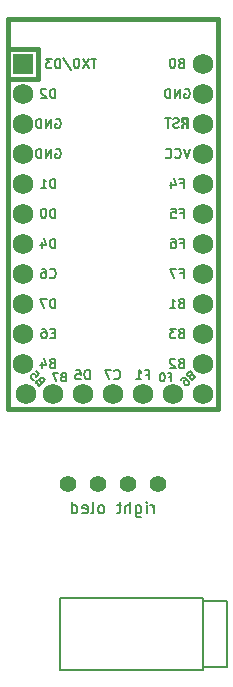
<source format=gbr>
%TF.GenerationSoftware,KiCad,Pcbnew,8.0.3*%
%TF.CreationDate,2024-07-02T22:23:14+01:00*%
%TF.ProjectId,simple_split,73696d70-6c65-45f7-9370-6c69742e6b69,v1.0.0*%
%TF.SameCoordinates,Original*%
%TF.FileFunction,Legend,Bot*%
%TF.FilePolarity,Positive*%
%FSLAX46Y46*%
G04 Gerber Fmt 4.6, Leading zero omitted, Abs format (unit mm)*
G04 Created by KiCad (PCBNEW 8.0.3) date 2024-07-02 22:23:14*
%MOMM*%
%LPD*%
G01*
G04 APERTURE LIST*
%ADD10C,0.150000*%
%ADD11C,0.381000*%
%ADD12R,1.752600X1.752600*%
%ADD13C,1.752600*%
%ADD14C,1.397000*%
G04 APERTURE END LIST*
D10*
X175469475Y-101962295D02*
X175469475Y-101162295D01*
X175469475Y-101162295D02*
X175278999Y-101162295D01*
X175278999Y-101162295D02*
X175164713Y-101200390D01*
X175164713Y-101200390D02*
X175088523Y-101276580D01*
X175088523Y-101276580D02*
X175050428Y-101352771D01*
X175050428Y-101352771D02*
X175012332Y-101505152D01*
X175012332Y-101505152D02*
X175012332Y-101619438D01*
X175012332Y-101619438D02*
X175050428Y-101771819D01*
X175050428Y-101771819D02*
X175088523Y-101848009D01*
X175088523Y-101848009D02*
X175164713Y-101924200D01*
X175164713Y-101924200D02*
X175278999Y-101962295D01*
X175278999Y-101962295D02*
X175469475Y-101962295D01*
X174745666Y-101162295D02*
X174212332Y-101162295D01*
X174212332Y-101162295D02*
X174555190Y-101962295D01*
X186124809Y-106623247D02*
X186010523Y-106661342D01*
X186010523Y-106661342D02*
X185972428Y-106699438D01*
X185972428Y-106699438D02*
X185934332Y-106775628D01*
X185934332Y-106775628D02*
X185934332Y-106889914D01*
X185934332Y-106889914D02*
X185972428Y-106966104D01*
X185972428Y-106966104D02*
X186010523Y-107004200D01*
X186010523Y-107004200D02*
X186086713Y-107042295D01*
X186086713Y-107042295D02*
X186391475Y-107042295D01*
X186391475Y-107042295D02*
X186391475Y-106242295D01*
X186391475Y-106242295D02*
X186124809Y-106242295D01*
X186124809Y-106242295D02*
X186048618Y-106280390D01*
X186048618Y-106280390D02*
X186010523Y-106318485D01*
X186010523Y-106318485D02*
X185972428Y-106394676D01*
X185972428Y-106394676D02*
X185972428Y-106470866D01*
X185972428Y-106470866D02*
X186010523Y-106547057D01*
X186010523Y-106547057D02*
X186048618Y-106585152D01*
X186048618Y-106585152D02*
X186124809Y-106623247D01*
X186124809Y-106623247D02*
X186391475Y-106623247D01*
X185629571Y-106318485D02*
X185591475Y-106280390D01*
X185591475Y-106280390D02*
X185515285Y-106242295D01*
X185515285Y-106242295D02*
X185324809Y-106242295D01*
X185324809Y-106242295D02*
X185248618Y-106280390D01*
X185248618Y-106280390D02*
X185210523Y-106318485D01*
X185210523Y-106318485D02*
X185172428Y-106394676D01*
X185172428Y-106394676D02*
X185172428Y-106470866D01*
X185172428Y-106470866D02*
X185210523Y-106585152D01*
X185210523Y-106585152D02*
X185667666Y-107042295D01*
X185667666Y-107042295D02*
X185172428Y-107042295D01*
X186067666Y-91383247D02*
X186334332Y-91383247D01*
X186334332Y-91802295D02*
X186334332Y-91002295D01*
X186334332Y-91002295D02*
X185953380Y-91002295D01*
X185305761Y-91268961D02*
X185305761Y-91802295D01*
X185496237Y-90964200D02*
X185686714Y-91535628D01*
X185686714Y-91535628D02*
X185191475Y-91535628D01*
X176123333Y-107799366D02*
X176023333Y-107832700D01*
X176023333Y-107832700D02*
X175989999Y-107866033D01*
X175989999Y-107866033D02*
X175956666Y-107932700D01*
X175956666Y-107932700D02*
X175956666Y-108032700D01*
X175956666Y-108032700D02*
X175989999Y-108099366D01*
X175989999Y-108099366D02*
X176023333Y-108132700D01*
X176023333Y-108132700D02*
X176089999Y-108166033D01*
X176089999Y-108166033D02*
X176356666Y-108166033D01*
X176356666Y-108166033D02*
X176356666Y-107466033D01*
X176356666Y-107466033D02*
X176123333Y-107466033D01*
X176123333Y-107466033D02*
X176056666Y-107499366D01*
X176056666Y-107499366D02*
X176023333Y-107532700D01*
X176023333Y-107532700D02*
X175989999Y-107599366D01*
X175989999Y-107599366D02*
X175989999Y-107666033D01*
X175989999Y-107666033D02*
X176023333Y-107732700D01*
X176023333Y-107732700D02*
X176056666Y-107766033D01*
X176056666Y-107766033D02*
X176123333Y-107799366D01*
X176123333Y-107799366D02*
X176356666Y-107799366D01*
X175723333Y-107466033D02*
X175256666Y-107466033D01*
X175256666Y-107466033D02*
X175556666Y-108166033D01*
X186124809Y-104083247D02*
X186010523Y-104121342D01*
X186010523Y-104121342D02*
X185972428Y-104159438D01*
X185972428Y-104159438D02*
X185934332Y-104235628D01*
X185934332Y-104235628D02*
X185934332Y-104349914D01*
X185934332Y-104349914D02*
X185972428Y-104426104D01*
X185972428Y-104426104D02*
X186010523Y-104464200D01*
X186010523Y-104464200D02*
X186086713Y-104502295D01*
X186086713Y-104502295D02*
X186391475Y-104502295D01*
X186391475Y-104502295D02*
X186391475Y-103702295D01*
X186391475Y-103702295D02*
X186124809Y-103702295D01*
X186124809Y-103702295D02*
X186048618Y-103740390D01*
X186048618Y-103740390D02*
X186010523Y-103778485D01*
X186010523Y-103778485D02*
X185972428Y-103854676D01*
X185972428Y-103854676D02*
X185972428Y-103930866D01*
X185972428Y-103930866D02*
X186010523Y-104007057D01*
X186010523Y-104007057D02*
X186048618Y-104045152D01*
X186048618Y-104045152D02*
X186124809Y-104083247D01*
X186124809Y-104083247D02*
X186391475Y-104083247D01*
X185667666Y-103702295D02*
X185172428Y-103702295D01*
X185172428Y-103702295D02*
X185439094Y-104007057D01*
X185439094Y-104007057D02*
X185324809Y-104007057D01*
X185324809Y-104007057D02*
X185248618Y-104045152D01*
X185248618Y-104045152D02*
X185210523Y-104083247D01*
X185210523Y-104083247D02*
X185172428Y-104159438D01*
X185172428Y-104159438D02*
X185172428Y-104349914D01*
X185172428Y-104349914D02*
X185210523Y-104426104D01*
X185210523Y-104426104D02*
X185248618Y-104464200D01*
X185248618Y-104464200D02*
X185324809Y-104502295D01*
X185324809Y-104502295D02*
X185553380Y-104502295D01*
X185553380Y-104502295D02*
X185629571Y-104464200D01*
X185629571Y-104464200D02*
X185667666Y-104426104D01*
X186867666Y-88462295D02*
X186600999Y-89262295D01*
X186600999Y-89262295D02*
X186334333Y-88462295D01*
X185610523Y-89186104D02*
X185648619Y-89224200D01*
X185648619Y-89224200D02*
X185762904Y-89262295D01*
X185762904Y-89262295D02*
X185839095Y-89262295D01*
X185839095Y-89262295D02*
X185953381Y-89224200D01*
X185953381Y-89224200D02*
X186029571Y-89148009D01*
X186029571Y-89148009D02*
X186067666Y-89071819D01*
X186067666Y-89071819D02*
X186105762Y-88919438D01*
X186105762Y-88919438D02*
X186105762Y-88805152D01*
X186105762Y-88805152D02*
X186067666Y-88652771D01*
X186067666Y-88652771D02*
X186029571Y-88576580D01*
X186029571Y-88576580D02*
X185953381Y-88500390D01*
X185953381Y-88500390D02*
X185839095Y-88462295D01*
X185839095Y-88462295D02*
X185762904Y-88462295D01*
X185762904Y-88462295D02*
X185648619Y-88500390D01*
X185648619Y-88500390D02*
X185610523Y-88538485D01*
X184810523Y-89186104D02*
X184848619Y-89224200D01*
X184848619Y-89224200D02*
X184962904Y-89262295D01*
X184962904Y-89262295D02*
X185039095Y-89262295D01*
X185039095Y-89262295D02*
X185153381Y-89224200D01*
X185153381Y-89224200D02*
X185229571Y-89148009D01*
X185229571Y-89148009D02*
X185267666Y-89071819D01*
X185267666Y-89071819D02*
X185305762Y-88919438D01*
X185305762Y-88919438D02*
X185305762Y-88805152D01*
X185305762Y-88805152D02*
X185267666Y-88652771D01*
X185267666Y-88652771D02*
X185229571Y-88576580D01*
X185229571Y-88576580D02*
X185153381Y-88500390D01*
X185153381Y-88500390D02*
X185039095Y-88462295D01*
X185039095Y-88462295D02*
X184962904Y-88462295D01*
X184962904Y-88462295D02*
X184848619Y-88500390D01*
X184848619Y-88500390D02*
X184810523Y-88538485D01*
X175012332Y-99346104D02*
X175050428Y-99384200D01*
X175050428Y-99384200D02*
X175164713Y-99422295D01*
X175164713Y-99422295D02*
X175240904Y-99422295D01*
X175240904Y-99422295D02*
X175355190Y-99384200D01*
X175355190Y-99384200D02*
X175431380Y-99308009D01*
X175431380Y-99308009D02*
X175469475Y-99231819D01*
X175469475Y-99231819D02*
X175507571Y-99079438D01*
X175507571Y-99079438D02*
X175507571Y-98965152D01*
X175507571Y-98965152D02*
X175469475Y-98812771D01*
X175469475Y-98812771D02*
X175431380Y-98736580D01*
X175431380Y-98736580D02*
X175355190Y-98660390D01*
X175355190Y-98660390D02*
X175240904Y-98622295D01*
X175240904Y-98622295D02*
X175164713Y-98622295D01*
X175164713Y-98622295D02*
X175050428Y-98660390D01*
X175050428Y-98660390D02*
X175012332Y-98698485D01*
X174326618Y-98622295D02*
X174478999Y-98622295D01*
X174478999Y-98622295D02*
X174555190Y-98660390D01*
X174555190Y-98660390D02*
X174593285Y-98698485D01*
X174593285Y-98698485D02*
X174669475Y-98812771D01*
X174669475Y-98812771D02*
X174707571Y-98965152D01*
X174707571Y-98965152D02*
X174707571Y-99269914D01*
X174707571Y-99269914D02*
X174669475Y-99346104D01*
X174669475Y-99346104D02*
X174631380Y-99384200D01*
X174631380Y-99384200D02*
X174555190Y-99422295D01*
X174555190Y-99422295D02*
X174402809Y-99422295D01*
X174402809Y-99422295D02*
X174326618Y-99384200D01*
X174326618Y-99384200D02*
X174288523Y-99346104D01*
X174288523Y-99346104D02*
X174250428Y-99269914D01*
X174250428Y-99269914D02*
X174250428Y-99079438D01*
X174250428Y-99079438D02*
X174288523Y-99003247D01*
X174288523Y-99003247D02*
X174326618Y-98965152D01*
X174326618Y-98965152D02*
X174402809Y-98927057D01*
X174402809Y-98927057D02*
X174555190Y-98927057D01*
X174555190Y-98927057D02*
X174631380Y-98965152D01*
X174631380Y-98965152D02*
X174669475Y-99003247D01*
X174669475Y-99003247D02*
X174707571Y-99079438D01*
X185073333Y-107799366D02*
X185306666Y-107799366D01*
X185306666Y-108166033D02*
X185306666Y-107466033D01*
X185306666Y-107466033D02*
X184973333Y-107466033D01*
X184573333Y-107466033D02*
X184506666Y-107466033D01*
X184506666Y-107466033D02*
X184439999Y-107499366D01*
X184439999Y-107499366D02*
X184406666Y-107532700D01*
X184406666Y-107532700D02*
X184373333Y-107599366D01*
X184373333Y-107599366D02*
X184339999Y-107732700D01*
X184339999Y-107732700D02*
X184339999Y-107899366D01*
X184339999Y-107899366D02*
X184373333Y-108032700D01*
X184373333Y-108032700D02*
X184406666Y-108099366D01*
X184406666Y-108099366D02*
X184439999Y-108132700D01*
X184439999Y-108132700D02*
X184506666Y-108166033D01*
X184506666Y-108166033D02*
X184573333Y-108166033D01*
X184573333Y-108166033D02*
X184639999Y-108132700D01*
X184639999Y-108132700D02*
X184673333Y-108099366D01*
X184673333Y-108099366D02*
X184706666Y-108032700D01*
X184706666Y-108032700D02*
X184739999Y-107899366D01*
X184739999Y-107899366D02*
X184739999Y-107732700D01*
X184739999Y-107732700D02*
X184706666Y-107599366D01*
X184706666Y-107599366D02*
X184673333Y-107532700D01*
X184673333Y-107532700D02*
X184639999Y-107499366D01*
X184639999Y-107499366D02*
X184573333Y-107466033D01*
X186067666Y-99003247D02*
X186334332Y-99003247D01*
X186334332Y-99422295D02*
X186334332Y-98622295D01*
X186334332Y-98622295D02*
X185953380Y-98622295D01*
X185724809Y-98622295D02*
X185191475Y-98622295D01*
X185191475Y-98622295D02*
X185534333Y-99422295D01*
X175469475Y-84182295D02*
X175469475Y-83382295D01*
X175469475Y-83382295D02*
X175278999Y-83382295D01*
X175278999Y-83382295D02*
X175164713Y-83420390D01*
X175164713Y-83420390D02*
X175088523Y-83496580D01*
X175088523Y-83496580D02*
X175050428Y-83572771D01*
X175050428Y-83572771D02*
X175012332Y-83725152D01*
X175012332Y-83725152D02*
X175012332Y-83839438D01*
X175012332Y-83839438D02*
X175050428Y-83991819D01*
X175050428Y-83991819D02*
X175088523Y-84068009D01*
X175088523Y-84068009D02*
X175164713Y-84144200D01*
X175164713Y-84144200D02*
X175278999Y-84182295D01*
X175278999Y-84182295D02*
X175469475Y-84182295D01*
X174707571Y-83458485D02*
X174669475Y-83420390D01*
X174669475Y-83420390D02*
X174593285Y-83382295D01*
X174593285Y-83382295D02*
X174402809Y-83382295D01*
X174402809Y-83382295D02*
X174326618Y-83420390D01*
X174326618Y-83420390D02*
X174288523Y-83458485D01*
X174288523Y-83458485D02*
X174250428Y-83534676D01*
X174250428Y-83534676D02*
X174250428Y-83610866D01*
X174250428Y-83610866D02*
X174288523Y-83725152D01*
X174288523Y-83725152D02*
X174745666Y-84182295D01*
X174745666Y-84182295D02*
X174250428Y-84182295D01*
X186904543Y-107713850D02*
X186857403Y-107808131D01*
X186857403Y-107808131D02*
X186857403Y-107855271D01*
X186857403Y-107855271D02*
X186880973Y-107925982D01*
X186880973Y-107925982D02*
X186951683Y-107996692D01*
X186951683Y-107996692D02*
X187022394Y-108020263D01*
X187022394Y-108020263D02*
X187069535Y-108020263D01*
X187069535Y-108020263D02*
X187140245Y-107996692D01*
X187140245Y-107996692D02*
X187328807Y-107808131D01*
X187328807Y-107808131D02*
X186833832Y-107313156D01*
X186833832Y-107313156D02*
X186668841Y-107478147D01*
X186668841Y-107478147D02*
X186645271Y-107548858D01*
X186645271Y-107548858D02*
X186645271Y-107595999D01*
X186645271Y-107595999D02*
X186668841Y-107666709D01*
X186668841Y-107666709D02*
X186715981Y-107713850D01*
X186715981Y-107713850D02*
X186786692Y-107737420D01*
X186786692Y-107737420D02*
X186833832Y-107737420D01*
X186833832Y-107737420D02*
X186904543Y-107713850D01*
X186904543Y-107713850D02*
X187069535Y-107548858D01*
X186126726Y-108020263D02*
X186221006Y-107925982D01*
X186221006Y-107925982D02*
X186291717Y-107902411D01*
X186291717Y-107902411D02*
X186338858Y-107902411D01*
X186338858Y-107902411D02*
X186456709Y-107925982D01*
X186456709Y-107925982D02*
X186574560Y-107996692D01*
X186574560Y-107996692D02*
X186763122Y-108185254D01*
X186763122Y-108185254D02*
X186786692Y-108255965D01*
X186786692Y-108255965D02*
X186786692Y-108303105D01*
X186786692Y-108303105D02*
X186763122Y-108373816D01*
X186763122Y-108373816D02*
X186668841Y-108468097D01*
X186668841Y-108468097D02*
X186598130Y-108491667D01*
X186598130Y-108491667D02*
X186550990Y-108491667D01*
X186550990Y-108491667D02*
X186480279Y-108468097D01*
X186480279Y-108468097D02*
X186362428Y-108350246D01*
X186362428Y-108350246D02*
X186338858Y-108279535D01*
X186338858Y-108279535D02*
X186338858Y-108232395D01*
X186338858Y-108232395D02*
X186362428Y-108161684D01*
X186362428Y-108161684D02*
X186456709Y-108067403D01*
X186456709Y-108067403D02*
X186527419Y-108043833D01*
X186527419Y-108043833D02*
X186574560Y-108043833D01*
X186574560Y-108043833D02*
X186645271Y-108067403D01*
X180473332Y-107936104D02*
X180511428Y-107974200D01*
X180511428Y-107974200D02*
X180625713Y-108012295D01*
X180625713Y-108012295D02*
X180701904Y-108012295D01*
X180701904Y-108012295D02*
X180816190Y-107974200D01*
X180816190Y-107974200D02*
X180892380Y-107898009D01*
X180892380Y-107898009D02*
X180930475Y-107821819D01*
X180930475Y-107821819D02*
X180968571Y-107669438D01*
X180968571Y-107669438D02*
X180968571Y-107555152D01*
X180968571Y-107555152D02*
X180930475Y-107402771D01*
X180930475Y-107402771D02*
X180892380Y-107326580D01*
X180892380Y-107326580D02*
X180816190Y-107250390D01*
X180816190Y-107250390D02*
X180701904Y-107212295D01*
X180701904Y-107212295D02*
X180625713Y-107212295D01*
X180625713Y-107212295D02*
X180511428Y-107250390D01*
X180511428Y-107250390D02*
X180473332Y-107288485D01*
X180206666Y-107212295D02*
X179673332Y-107212295D01*
X179673332Y-107212295D02*
X180016190Y-108012295D01*
X178958604Y-80842295D02*
X178501461Y-80842295D01*
X178730033Y-81642295D02*
X178730033Y-80842295D01*
X178310985Y-80842295D02*
X177777651Y-81642295D01*
X177777651Y-80842295D02*
X178310985Y-81642295D01*
X177320508Y-80842295D02*
X177244318Y-80842295D01*
X177244318Y-80842295D02*
X177168127Y-80880390D01*
X177168127Y-80880390D02*
X177130032Y-80918485D01*
X177130032Y-80918485D02*
X177091937Y-80994676D01*
X177091937Y-80994676D02*
X177053842Y-81147057D01*
X177053842Y-81147057D02*
X177053842Y-81337533D01*
X177053842Y-81337533D02*
X177091937Y-81489914D01*
X177091937Y-81489914D02*
X177130032Y-81566104D01*
X177130032Y-81566104D02*
X177168127Y-81604200D01*
X177168127Y-81604200D02*
X177244318Y-81642295D01*
X177244318Y-81642295D02*
X177320508Y-81642295D01*
X177320508Y-81642295D02*
X177396699Y-81604200D01*
X177396699Y-81604200D02*
X177434794Y-81566104D01*
X177434794Y-81566104D02*
X177472889Y-81489914D01*
X177472889Y-81489914D02*
X177510985Y-81337533D01*
X177510985Y-81337533D02*
X177510985Y-81147057D01*
X177510985Y-81147057D02*
X177472889Y-80994676D01*
X177472889Y-80994676D02*
X177434794Y-80918485D01*
X177434794Y-80918485D02*
X177396699Y-80880390D01*
X177396699Y-80880390D02*
X177320508Y-80842295D01*
X176139556Y-80804200D02*
X176825270Y-81832771D01*
X175872889Y-81642295D02*
X175872889Y-80842295D01*
X175872889Y-80842295D02*
X175682413Y-80842295D01*
X175682413Y-80842295D02*
X175568127Y-80880390D01*
X175568127Y-80880390D02*
X175491937Y-80956580D01*
X175491937Y-80956580D02*
X175453842Y-81032771D01*
X175453842Y-81032771D02*
X175415746Y-81185152D01*
X175415746Y-81185152D02*
X175415746Y-81299438D01*
X175415746Y-81299438D02*
X175453842Y-81451819D01*
X175453842Y-81451819D02*
X175491937Y-81528009D01*
X175491937Y-81528009D02*
X175568127Y-81604200D01*
X175568127Y-81604200D02*
X175682413Y-81642295D01*
X175682413Y-81642295D02*
X175872889Y-81642295D01*
X175149080Y-80842295D02*
X174653842Y-80842295D01*
X174653842Y-80842295D02*
X174920508Y-81147057D01*
X174920508Y-81147057D02*
X174806223Y-81147057D01*
X174806223Y-81147057D02*
X174730032Y-81185152D01*
X174730032Y-81185152D02*
X174691937Y-81223247D01*
X174691937Y-81223247D02*
X174653842Y-81299438D01*
X174653842Y-81299438D02*
X174653842Y-81489914D01*
X174653842Y-81489914D02*
X174691937Y-81566104D01*
X174691937Y-81566104D02*
X174730032Y-81604200D01*
X174730032Y-81604200D02*
X174806223Y-81642295D01*
X174806223Y-81642295D02*
X175034794Y-81642295D01*
X175034794Y-81642295D02*
X175110985Y-81604200D01*
X175110985Y-81604200D02*
X175149080Y-81566104D01*
X175488523Y-88500390D02*
X175564713Y-88462295D01*
X175564713Y-88462295D02*
X175678999Y-88462295D01*
X175678999Y-88462295D02*
X175793285Y-88500390D01*
X175793285Y-88500390D02*
X175869475Y-88576580D01*
X175869475Y-88576580D02*
X175907570Y-88652771D01*
X175907570Y-88652771D02*
X175945666Y-88805152D01*
X175945666Y-88805152D02*
X175945666Y-88919438D01*
X175945666Y-88919438D02*
X175907570Y-89071819D01*
X175907570Y-89071819D02*
X175869475Y-89148009D01*
X175869475Y-89148009D02*
X175793285Y-89224200D01*
X175793285Y-89224200D02*
X175678999Y-89262295D01*
X175678999Y-89262295D02*
X175602808Y-89262295D01*
X175602808Y-89262295D02*
X175488523Y-89224200D01*
X175488523Y-89224200D02*
X175450427Y-89186104D01*
X175450427Y-89186104D02*
X175450427Y-88919438D01*
X175450427Y-88919438D02*
X175602808Y-88919438D01*
X175107570Y-89262295D02*
X175107570Y-88462295D01*
X175107570Y-88462295D02*
X174650427Y-89262295D01*
X174650427Y-89262295D02*
X174650427Y-88462295D01*
X174269475Y-89262295D02*
X174269475Y-88462295D01*
X174269475Y-88462295D02*
X174078999Y-88462295D01*
X174078999Y-88462295D02*
X173964713Y-88500390D01*
X173964713Y-88500390D02*
X173888523Y-88576580D01*
X173888523Y-88576580D02*
X173850428Y-88652771D01*
X173850428Y-88652771D02*
X173812332Y-88805152D01*
X173812332Y-88805152D02*
X173812332Y-88919438D01*
X173812332Y-88919438D02*
X173850428Y-89071819D01*
X173850428Y-89071819D02*
X173888523Y-89148009D01*
X173888523Y-89148009D02*
X173964713Y-89224200D01*
X173964713Y-89224200D02*
X174078999Y-89262295D01*
X174078999Y-89262295D02*
X174269475Y-89262295D01*
X186067666Y-93923247D02*
X186334332Y-93923247D01*
X186334332Y-94342295D02*
X186334332Y-93542295D01*
X186334332Y-93542295D02*
X185953380Y-93542295D01*
X185267666Y-93542295D02*
X185648618Y-93542295D01*
X185648618Y-93542295D02*
X185686714Y-93923247D01*
X185686714Y-93923247D02*
X185648618Y-93885152D01*
X185648618Y-93885152D02*
X185572428Y-93847057D01*
X185572428Y-93847057D02*
X185381952Y-93847057D01*
X185381952Y-93847057D02*
X185305761Y-93885152D01*
X185305761Y-93885152D02*
X185267666Y-93923247D01*
X185267666Y-93923247D02*
X185229571Y-93999438D01*
X185229571Y-93999438D02*
X185229571Y-94189914D01*
X185229571Y-94189914D02*
X185267666Y-94266104D01*
X185267666Y-94266104D02*
X185305761Y-94304200D01*
X185305761Y-94304200D02*
X185381952Y-94342295D01*
X185381952Y-94342295D02*
X185572428Y-94342295D01*
X185572428Y-94342295D02*
X185648618Y-94304200D01*
X185648618Y-94304200D02*
X185686714Y-94266104D01*
X175202809Y-106623247D02*
X175088523Y-106661342D01*
X175088523Y-106661342D02*
X175050428Y-106699438D01*
X175050428Y-106699438D02*
X175012332Y-106775628D01*
X175012332Y-106775628D02*
X175012332Y-106889914D01*
X175012332Y-106889914D02*
X175050428Y-106966104D01*
X175050428Y-106966104D02*
X175088523Y-107004200D01*
X175088523Y-107004200D02*
X175164713Y-107042295D01*
X175164713Y-107042295D02*
X175469475Y-107042295D01*
X175469475Y-107042295D02*
X175469475Y-106242295D01*
X175469475Y-106242295D02*
X175202809Y-106242295D01*
X175202809Y-106242295D02*
X175126618Y-106280390D01*
X175126618Y-106280390D02*
X175088523Y-106318485D01*
X175088523Y-106318485D02*
X175050428Y-106394676D01*
X175050428Y-106394676D02*
X175050428Y-106470866D01*
X175050428Y-106470866D02*
X175088523Y-106547057D01*
X175088523Y-106547057D02*
X175126618Y-106585152D01*
X175126618Y-106585152D02*
X175202809Y-106623247D01*
X175202809Y-106623247D02*
X175469475Y-106623247D01*
X174326618Y-106508961D02*
X174326618Y-107042295D01*
X174517094Y-106204200D02*
X174707571Y-106775628D01*
X174707571Y-106775628D02*
X174212332Y-106775628D01*
X186124809Y-101543247D02*
X186010523Y-101581342D01*
X186010523Y-101581342D02*
X185972428Y-101619438D01*
X185972428Y-101619438D02*
X185934332Y-101695628D01*
X185934332Y-101695628D02*
X185934332Y-101809914D01*
X185934332Y-101809914D02*
X185972428Y-101886104D01*
X185972428Y-101886104D02*
X186010523Y-101924200D01*
X186010523Y-101924200D02*
X186086713Y-101962295D01*
X186086713Y-101962295D02*
X186391475Y-101962295D01*
X186391475Y-101962295D02*
X186391475Y-101162295D01*
X186391475Y-101162295D02*
X186124809Y-101162295D01*
X186124809Y-101162295D02*
X186048618Y-101200390D01*
X186048618Y-101200390D02*
X186010523Y-101238485D01*
X186010523Y-101238485D02*
X185972428Y-101314676D01*
X185972428Y-101314676D02*
X185972428Y-101390866D01*
X185972428Y-101390866D02*
X186010523Y-101467057D01*
X186010523Y-101467057D02*
X186048618Y-101505152D01*
X186048618Y-101505152D02*
X186124809Y-101543247D01*
X186124809Y-101543247D02*
X186391475Y-101543247D01*
X185172428Y-101962295D02*
X185629571Y-101962295D01*
X185400999Y-101962295D02*
X185400999Y-101162295D01*
X185400999Y-101162295D02*
X185477190Y-101276580D01*
X185477190Y-101276580D02*
X185553380Y-101352771D01*
X185553380Y-101352771D02*
X185629571Y-101390866D01*
X175469475Y-91802295D02*
X175469475Y-91002295D01*
X175469475Y-91002295D02*
X175278999Y-91002295D01*
X175278999Y-91002295D02*
X175164713Y-91040390D01*
X175164713Y-91040390D02*
X175088523Y-91116580D01*
X175088523Y-91116580D02*
X175050428Y-91192771D01*
X175050428Y-91192771D02*
X175012332Y-91345152D01*
X175012332Y-91345152D02*
X175012332Y-91459438D01*
X175012332Y-91459438D02*
X175050428Y-91611819D01*
X175050428Y-91611819D02*
X175088523Y-91688009D01*
X175088523Y-91688009D02*
X175164713Y-91764200D01*
X175164713Y-91764200D02*
X175278999Y-91802295D01*
X175278999Y-91802295D02*
X175469475Y-91802295D01*
X174250428Y-91802295D02*
X174707571Y-91802295D01*
X174478999Y-91802295D02*
X174478999Y-91002295D01*
X174478999Y-91002295D02*
X174555190Y-91116580D01*
X174555190Y-91116580D02*
X174631380Y-91192771D01*
X174631380Y-91192771D02*
X174707571Y-91230866D01*
X186067666Y-96463247D02*
X186334332Y-96463247D01*
X186334332Y-96882295D02*
X186334332Y-96082295D01*
X186334332Y-96082295D02*
X185953380Y-96082295D01*
X185305761Y-96082295D02*
X185458142Y-96082295D01*
X185458142Y-96082295D02*
X185534333Y-96120390D01*
X185534333Y-96120390D02*
X185572428Y-96158485D01*
X185572428Y-96158485D02*
X185648618Y-96272771D01*
X185648618Y-96272771D02*
X185686714Y-96425152D01*
X185686714Y-96425152D02*
X185686714Y-96729914D01*
X185686714Y-96729914D02*
X185648618Y-96806104D01*
X185648618Y-96806104D02*
X185610523Y-96844200D01*
X185610523Y-96844200D02*
X185534333Y-96882295D01*
X185534333Y-96882295D02*
X185381952Y-96882295D01*
X185381952Y-96882295D02*
X185305761Y-96844200D01*
X185305761Y-96844200D02*
X185267666Y-96806104D01*
X185267666Y-96806104D02*
X185229571Y-96729914D01*
X185229571Y-96729914D02*
X185229571Y-96539438D01*
X185229571Y-96539438D02*
X185267666Y-96463247D01*
X185267666Y-96463247D02*
X185305761Y-96425152D01*
X185305761Y-96425152D02*
X185381952Y-96387057D01*
X185381952Y-96387057D02*
X185534333Y-96387057D01*
X185534333Y-96387057D02*
X185610523Y-96425152D01*
X185610523Y-96425152D02*
X185648618Y-96463247D01*
X185648618Y-96463247D02*
X185686714Y-96539438D01*
X175488523Y-85960390D02*
X175564713Y-85922295D01*
X175564713Y-85922295D02*
X175678999Y-85922295D01*
X175678999Y-85922295D02*
X175793285Y-85960390D01*
X175793285Y-85960390D02*
X175869475Y-86036580D01*
X175869475Y-86036580D02*
X175907570Y-86112771D01*
X175907570Y-86112771D02*
X175945666Y-86265152D01*
X175945666Y-86265152D02*
X175945666Y-86379438D01*
X175945666Y-86379438D02*
X175907570Y-86531819D01*
X175907570Y-86531819D02*
X175869475Y-86608009D01*
X175869475Y-86608009D02*
X175793285Y-86684200D01*
X175793285Y-86684200D02*
X175678999Y-86722295D01*
X175678999Y-86722295D02*
X175602808Y-86722295D01*
X175602808Y-86722295D02*
X175488523Y-86684200D01*
X175488523Y-86684200D02*
X175450427Y-86646104D01*
X175450427Y-86646104D02*
X175450427Y-86379438D01*
X175450427Y-86379438D02*
X175602808Y-86379438D01*
X175107570Y-86722295D02*
X175107570Y-85922295D01*
X175107570Y-85922295D02*
X174650427Y-86722295D01*
X174650427Y-86722295D02*
X174650427Y-85922295D01*
X174269475Y-86722295D02*
X174269475Y-85922295D01*
X174269475Y-85922295D02*
X174078999Y-85922295D01*
X174078999Y-85922295D02*
X173964713Y-85960390D01*
X173964713Y-85960390D02*
X173888523Y-86036580D01*
X173888523Y-86036580D02*
X173850428Y-86112771D01*
X173850428Y-86112771D02*
X173812332Y-86265152D01*
X173812332Y-86265152D02*
X173812332Y-86379438D01*
X173812332Y-86379438D02*
X173850428Y-86531819D01*
X173850428Y-86531819D02*
X173888523Y-86608009D01*
X173888523Y-86608009D02*
X173964713Y-86684200D01*
X173964713Y-86684200D02*
X174078999Y-86722295D01*
X174078999Y-86722295D02*
X174269475Y-86722295D01*
X175469475Y-96882295D02*
X175469475Y-96082295D01*
X175469475Y-96082295D02*
X175278999Y-96082295D01*
X175278999Y-96082295D02*
X175164713Y-96120390D01*
X175164713Y-96120390D02*
X175088523Y-96196580D01*
X175088523Y-96196580D02*
X175050428Y-96272771D01*
X175050428Y-96272771D02*
X175012332Y-96425152D01*
X175012332Y-96425152D02*
X175012332Y-96539438D01*
X175012332Y-96539438D02*
X175050428Y-96691819D01*
X175050428Y-96691819D02*
X175088523Y-96768009D01*
X175088523Y-96768009D02*
X175164713Y-96844200D01*
X175164713Y-96844200D02*
X175278999Y-96882295D01*
X175278999Y-96882295D02*
X175469475Y-96882295D01*
X174326618Y-96348961D02*
X174326618Y-96882295D01*
X174517094Y-96044200D02*
X174707571Y-96615628D01*
X174707571Y-96615628D02*
X174212332Y-96615628D01*
X178390475Y-108012295D02*
X178390475Y-107212295D01*
X178390475Y-107212295D02*
X178199999Y-107212295D01*
X178199999Y-107212295D02*
X178085713Y-107250390D01*
X178085713Y-107250390D02*
X178009523Y-107326580D01*
X178009523Y-107326580D02*
X177971428Y-107402771D01*
X177971428Y-107402771D02*
X177933332Y-107555152D01*
X177933332Y-107555152D02*
X177933332Y-107669438D01*
X177933332Y-107669438D02*
X177971428Y-107821819D01*
X177971428Y-107821819D02*
X178009523Y-107898009D01*
X178009523Y-107898009D02*
X178085713Y-107974200D01*
X178085713Y-107974200D02*
X178199999Y-108012295D01*
X178199999Y-108012295D02*
X178390475Y-108012295D01*
X177209523Y-107212295D02*
X177590475Y-107212295D01*
X177590475Y-107212295D02*
X177628571Y-107593247D01*
X177628571Y-107593247D02*
X177590475Y-107555152D01*
X177590475Y-107555152D02*
X177514285Y-107517057D01*
X177514285Y-107517057D02*
X177323809Y-107517057D01*
X177323809Y-107517057D02*
X177247618Y-107555152D01*
X177247618Y-107555152D02*
X177209523Y-107593247D01*
X177209523Y-107593247D02*
X177171428Y-107669438D01*
X177171428Y-107669438D02*
X177171428Y-107859914D01*
X177171428Y-107859914D02*
X177209523Y-107936104D01*
X177209523Y-107936104D02*
X177247618Y-107974200D01*
X177247618Y-107974200D02*
X177323809Y-108012295D01*
X177323809Y-108012295D02*
X177514285Y-108012295D01*
X177514285Y-108012295D02*
X177590475Y-107974200D01*
X177590475Y-107974200D02*
X177628571Y-107936104D01*
X183146666Y-107593247D02*
X183413332Y-107593247D01*
X183413332Y-108012295D02*
X183413332Y-107212295D01*
X183413332Y-107212295D02*
X183032380Y-107212295D01*
X182308571Y-108012295D02*
X182765714Y-108012295D01*
X182537142Y-108012295D02*
X182537142Y-107212295D01*
X182537142Y-107212295D02*
X182613333Y-107326580D01*
X182613333Y-107326580D02*
X182689523Y-107402771D01*
X182689523Y-107402771D02*
X182765714Y-107440866D01*
X174176149Y-108114543D02*
X174081868Y-108067403D01*
X174081868Y-108067403D02*
X174034728Y-108067403D01*
X174034728Y-108067403D02*
X173964017Y-108090973D01*
X173964017Y-108090973D02*
X173893307Y-108161683D01*
X173893307Y-108161683D02*
X173869736Y-108232394D01*
X173869736Y-108232394D02*
X173869736Y-108279535D01*
X173869736Y-108279535D02*
X173893307Y-108350245D01*
X173893307Y-108350245D02*
X174081868Y-108538807D01*
X174081868Y-108538807D02*
X174576843Y-108043832D01*
X174576843Y-108043832D02*
X174411852Y-107878841D01*
X174411852Y-107878841D02*
X174341141Y-107855271D01*
X174341141Y-107855271D02*
X174294000Y-107855271D01*
X174294000Y-107855271D02*
X174223290Y-107878841D01*
X174223290Y-107878841D02*
X174176149Y-107925981D01*
X174176149Y-107925981D02*
X174152579Y-107996692D01*
X174152579Y-107996692D02*
X174152579Y-108043832D01*
X174152579Y-108043832D02*
X174176149Y-108114543D01*
X174176149Y-108114543D02*
X174341141Y-108279535D01*
X173846166Y-107313155D02*
X174081868Y-107548858D01*
X174081868Y-107548858D02*
X173869736Y-107808130D01*
X173869736Y-107808130D02*
X173869736Y-107760990D01*
X173869736Y-107760990D02*
X173846166Y-107690279D01*
X173846166Y-107690279D02*
X173728315Y-107572428D01*
X173728315Y-107572428D02*
X173657604Y-107548858D01*
X173657604Y-107548858D02*
X173610464Y-107548858D01*
X173610464Y-107548858D02*
X173539753Y-107572428D01*
X173539753Y-107572428D02*
X173421902Y-107690279D01*
X173421902Y-107690279D02*
X173398332Y-107760990D01*
X173398332Y-107760990D02*
X173398332Y-107808130D01*
X173398332Y-107808130D02*
X173421902Y-107878841D01*
X173421902Y-107878841D02*
X173539753Y-107996692D01*
X173539753Y-107996692D02*
X173610464Y-108020262D01*
X173610464Y-108020262D02*
X173657604Y-108020262D01*
X185913333Y-86664200D02*
X185799047Y-86702295D01*
X185799047Y-86702295D02*
X185608571Y-86702295D01*
X185608571Y-86702295D02*
X185532380Y-86664200D01*
X185532380Y-86664200D02*
X185494285Y-86626104D01*
X185494285Y-86626104D02*
X185456190Y-86549914D01*
X185456190Y-86549914D02*
X185456190Y-86473723D01*
X185456190Y-86473723D02*
X185494285Y-86397533D01*
X185494285Y-86397533D02*
X185532380Y-86359438D01*
X185532380Y-86359438D02*
X185608571Y-86321342D01*
X185608571Y-86321342D02*
X185760952Y-86283247D01*
X185760952Y-86283247D02*
X185837142Y-86245152D01*
X185837142Y-86245152D02*
X185875237Y-86207057D01*
X185875237Y-86207057D02*
X185913333Y-86130866D01*
X185913333Y-86130866D02*
X185913333Y-86054676D01*
X185913333Y-86054676D02*
X185875237Y-85978485D01*
X185875237Y-85978485D02*
X185837142Y-85940390D01*
X185837142Y-85940390D02*
X185760952Y-85902295D01*
X185760952Y-85902295D02*
X185570475Y-85902295D01*
X185570475Y-85902295D02*
X185456190Y-85940390D01*
X185227618Y-85902295D02*
X184770475Y-85902295D01*
X184999047Y-86702295D02*
X184999047Y-85902295D01*
X175431380Y-104083247D02*
X175164714Y-104083247D01*
X175050428Y-104502295D02*
X175431380Y-104502295D01*
X175431380Y-104502295D02*
X175431380Y-103702295D01*
X175431380Y-103702295D02*
X175050428Y-103702295D01*
X174364713Y-103702295D02*
X174517094Y-103702295D01*
X174517094Y-103702295D02*
X174593285Y-103740390D01*
X174593285Y-103740390D02*
X174631380Y-103778485D01*
X174631380Y-103778485D02*
X174707570Y-103892771D01*
X174707570Y-103892771D02*
X174745666Y-104045152D01*
X174745666Y-104045152D02*
X174745666Y-104349914D01*
X174745666Y-104349914D02*
X174707570Y-104426104D01*
X174707570Y-104426104D02*
X174669475Y-104464200D01*
X174669475Y-104464200D02*
X174593285Y-104502295D01*
X174593285Y-104502295D02*
X174440904Y-104502295D01*
X174440904Y-104502295D02*
X174364713Y-104464200D01*
X174364713Y-104464200D02*
X174326618Y-104426104D01*
X174326618Y-104426104D02*
X174288523Y-104349914D01*
X174288523Y-104349914D02*
X174288523Y-104159438D01*
X174288523Y-104159438D02*
X174326618Y-104083247D01*
X174326618Y-104083247D02*
X174364713Y-104045152D01*
X174364713Y-104045152D02*
X174440904Y-104007057D01*
X174440904Y-104007057D02*
X174593285Y-104007057D01*
X174593285Y-104007057D02*
X174669475Y-104045152D01*
X174669475Y-104045152D02*
X174707570Y-104083247D01*
X174707570Y-104083247D02*
X174745666Y-104159438D01*
X186410523Y-83420390D02*
X186486713Y-83382295D01*
X186486713Y-83382295D02*
X186600999Y-83382295D01*
X186600999Y-83382295D02*
X186715285Y-83420390D01*
X186715285Y-83420390D02*
X186791475Y-83496580D01*
X186791475Y-83496580D02*
X186829570Y-83572771D01*
X186829570Y-83572771D02*
X186867666Y-83725152D01*
X186867666Y-83725152D02*
X186867666Y-83839438D01*
X186867666Y-83839438D02*
X186829570Y-83991819D01*
X186829570Y-83991819D02*
X186791475Y-84068009D01*
X186791475Y-84068009D02*
X186715285Y-84144200D01*
X186715285Y-84144200D02*
X186600999Y-84182295D01*
X186600999Y-84182295D02*
X186524808Y-84182295D01*
X186524808Y-84182295D02*
X186410523Y-84144200D01*
X186410523Y-84144200D02*
X186372427Y-84106104D01*
X186372427Y-84106104D02*
X186372427Y-83839438D01*
X186372427Y-83839438D02*
X186524808Y-83839438D01*
X186029570Y-84182295D02*
X186029570Y-83382295D01*
X186029570Y-83382295D02*
X185572427Y-84182295D01*
X185572427Y-84182295D02*
X185572427Y-83382295D01*
X185191475Y-84182295D02*
X185191475Y-83382295D01*
X185191475Y-83382295D02*
X185000999Y-83382295D01*
X185000999Y-83382295D02*
X184886713Y-83420390D01*
X184886713Y-83420390D02*
X184810523Y-83496580D01*
X184810523Y-83496580D02*
X184772428Y-83572771D01*
X184772428Y-83572771D02*
X184734332Y-83725152D01*
X184734332Y-83725152D02*
X184734332Y-83839438D01*
X184734332Y-83839438D02*
X184772428Y-83991819D01*
X184772428Y-83991819D02*
X184810523Y-84068009D01*
X184810523Y-84068009D02*
X184886713Y-84144200D01*
X184886713Y-84144200D02*
X185000999Y-84182295D01*
X185000999Y-84182295D02*
X185191475Y-84182295D01*
X186124809Y-81223247D02*
X186010523Y-81261342D01*
X186010523Y-81261342D02*
X185972428Y-81299438D01*
X185972428Y-81299438D02*
X185934332Y-81375628D01*
X185934332Y-81375628D02*
X185934332Y-81489914D01*
X185934332Y-81489914D02*
X185972428Y-81566104D01*
X185972428Y-81566104D02*
X186010523Y-81604200D01*
X186010523Y-81604200D02*
X186086713Y-81642295D01*
X186086713Y-81642295D02*
X186391475Y-81642295D01*
X186391475Y-81642295D02*
X186391475Y-80842295D01*
X186391475Y-80842295D02*
X186124809Y-80842295D01*
X186124809Y-80842295D02*
X186048618Y-80880390D01*
X186048618Y-80880390D02*
X186010523Y-80918485D01*
X186010523Y-80918485D02*
X185972428Y-80994676D01*
X185972428Y-80994676D02*
X185972428Y-81070866D01*
X185972428Y-81070866D02*
X186010523Y-81147057D01*
X186010523Y-81147057D02*
X186048618Y-81185152D01*
X186048618Y-81185152D02*
X186124809Y-81223247D01*
X186124809Y-81223247D02*
X186391475Y-81223247D01*
X185439094Y-80842295D02*
X185362904Y-80842295D01*
X185362904Y-80842295D02*
X185286713Y-80880390D01*
X185286713Y-80880390D02*
X185248618Y-80918485D01*
X185248618Y-80918485D02*
X185210523Y-80994676D01*
X185210523Y-80994676D02*
X185172428Y-81147057D01*
X185172428Y-81147057D02*
X185172428Y-81337533D01*
X185172428Y-81337533D02*
X185210523Y-81489914D01*
X185210523Y-81489914D02*
X185248618Y-81566104D01*
X185248618Y-81566104D02*
X185286713Y-81604200D01*
X185286713Y-81604200D02*
X185362904Y-81642295D01*
X185362904Y-81642295D02*
X185439094Y-81642295D01*
X185439094Y-81642295D02*
X185515285Y-81604200D01*
X185515285Y-81604200D02*
X185553380Y-81566104D01*
X185553380Y-81566104D02*
X185591475Y-81489914D01*
X185591475Y-81489914D02*
X185629571Y-81337533D01*
X185629571Y-81337533D02*
X185629571Y-81147057D01*
X185629571Y-81147057D02*
X185591475Y-80994676D01*
X185591475Y-80994676D02*
X185553380Y-80918485D01*
X185553380Y-80918485D02*
X185515285Y-80880390D01*
X185515285Y-80880390D02*
X185439094Y-80842295D01*
X175469475Y-94342295D02*
X175469475Y-93542295D01*
X175469475Y-93542295D02*
X175278999Y-93542295D01*
X175278999Y-93542295D02*
X175164713Y-93580390D01*
X175164713Y-93580390D02*
X175088523Y-93656580D01*
X175088523Y-93656580D02*
X175050428Y-93732771D01*
X175050428Y-93732771D02*
X175012332Y-93885152D01*
X175012332Y-93885152D02*
X175012332Y-93999438D01*
X175012332Y-93999438D02*
X175050428Y-94151819D01*
X175050428Y-94151819D02*
X175088523Y-94228009D01*
X175088523Y-94228009D02*
X175164713Y-94304200D01*
X175164713Y-94304200D02*
X175278999Y-94342295D01*
X175278999Y-94342295D02*
X175469475Y-94342295D01*
X174517094Y-93542295D02*
X174440904Y-93542295D01*
X174440904Y-93542295D02*
X174364713Y-93580390D01*
X174364713Y-93580390D02*
X174326618Y-93618485D01*
X174326618Y-93618485D02*
X174288523Y-93694676D01*
X174288523Y-93694676D02*
X174250428Y-93847057D01*
X174250428Y-93847057D02*
X174250428Y-94037533D01*
X174250428Y-94037533D02*
X174288523Y-94189914D01*
X174288523Y-94189914D02*
X174326618Y-94266104D01*
X174326618Y-94266104D02*
X174364713Y-94304200D01*
X174364713Y-94304200D02*
X174440904Y-94342295D01*
X174440904Y-94342295D02*
X174517094Y-94342295D01*
X174517094Y-94342295D02*
X174593285Y-94304200D01*
X174593285Y-94304200D02*
X174631380Y-94266104D01*
X174631380Y-94266104D02*
X174669475Y-94189914D01*
X174669475Y-94189914D02*
X174707571Y-94037533D01*
X174707571Y-94037533D02*
X174707571Y-93847057D01*
X174707571Y-93847057D02*
X174669475Y-93694676D01*
X174669475Y-93694676D02*
X174631380Y-93618485D01*
X174631380Y-93618485D02*
X174593285Y-93580390D01*
X174593285Y-93580390D02*
X174517094Y-93542295D01*
X183816190Y-119344819D02*
X183816190Y-118678152D01*
X183816190Y-118868628D02*
X183768571Y-118773390D01*
X183768571Y-118773390D02*
X183720952Y-118725771D01*
X183720952Y-118725771D02*
X183625714Y-118678152D01*
X183625714Y-118678152D02*
X183530476Y-118678152D01*
X183197142Y-119344819D02*
X183197142Y-118678152D01*
X183197142Y-118344819D02*
X183244761Y-118392438D01*
X183244761Y-118392438D02*
X183197142Y-118440057D01*
X183197142Y-118440057D02*
X183149523Y-118392438D01*
X183149523Y-118392438D02*
X183197142Y-118344819D01*
X183197142Y-118344819D02*
X183197142Y-118440057D01*
X182292381Y-118678152D02*
X182292381Y-119487676D01*
X182292381Y-119487676D02*
X182340000Y-119582914D01*
X182340000Y-119582914D02*
X182387619Y-119630533D01*
X182387619Y-119630533D02*
X182482857Y-119678152D01*
X182482857Y-119678152D02*
X182625714Y-119678152D01*
X182625714Y-119678152D02*
X182720952Y-119630533D01*
X182292381Y-119297200D02*
X182387619Y-119344819D01*
X182387619Y-119344819D02*
X182578095Y-119344819D01*
X182578095Y-119344819D02*
X182673333Y-119297200D01*
X182673333Y-119297200D02*
X182720952Y-119249580D01*
X182720952Y-119249580D02*
X182768571Y-119154342D01*
X182768571Y-119154342D02*
X182768571Y-118868628D01*
X182768571Y-118868628D02*
X182720952Y-118773390D01*
X182720952Y-118773390D02*
X182673333Y-118725771D01*
X182673333Y-118725771D02*
X182578095Y-118678152D01*
X182578095Y-118678152D02*
X182387619Y-118678152D01*
X182387619Y-118678152D02*
X182292381Y-118725771D01*
X181816190Y-119344819D02*
X181816190Y-118344819D01*
X181387619Y-119344819D02*
X181387619Y-118821009D01*
X181387619Y-118821009D02*
X181435238Y-118725771D01*
X181435238Y-118725771D02*
X181530476Y-118678152D01*
X181530476Y-118678152D02*
X181673333Y-118678152D01*
X181673333Y-118678152D02*
X181768571Y-118725771D01*
X181768571Y-118725771D02*
X181816190Y-118773390D01*
X181054285Y-118678152D02*
X180673333Y-118678152D01*
X180911428Y-118344819D02*
X180911428Y-119201961D01*
X180911428Y-119201961D02*
X180863809Y-119297200D01*
X180863809Y-119297200D02*
X180768571Y-119344819D01*
X180768571Y-119344819D02*
X180673333Y-119344819D01*
X179435237Y-119344819D02*
X179530475Y-119297200D01*
X179530475Y-119297200D02*
X179578094Y-119249580D01*
X179578094Y-119249580D02*
X179625713Y-119154342D01*
X179625713Y-119154342D02*
X179625713Y-118868628D01*
X179625713Y-118868628D02*
X179578094Y-118773390D01*
X179578094Y-118773390D02*
X179530475Y-118725771D01*
X179530475Y-118725771D02*
X179435237Y-118678152D01*
X179435237Y-118678152D02*
X179292380Y-118678152D01*
X179292380Y-118678152D02*
X179197142Y-118725771D01*
X179197142Y-118725771D02*
X179149523Y-118773390D01*
X179149523Y-118773390D02*
X179101904Y-118868628D01*
X179101904Y-118868628D02*
X179101904Y-119154342D01*
X179101904Y-119154342D02*
X179149523Y-119249580D01*
X179149523Y-119249580D02*
X179197142Y-119297200D01*
X179197142Y-119297200D02*
X179292380Y-119344819D01*
X179292380Y-119344819D02*
X179435237Y-119344819D01*
X178530475Y-119344819D02*
X178625713Y-119297200D01*
X178625713Y-119297200D02*
X178673332Y-119201961D01*
X178673332Y-119201961D02*
X178673332Y-118344819D01*
X177768570Y-119297200D02*
X177863808Y-119344819D01*
X177863808Y-119344819D02*
X178054284Y-119344819D01*
X178054284Y-119344819D02*
X178149522Y-119297200D01*
X178149522Y-119297200D02*
X178197141Y-119201961D01*
X178197141Y-119201961D02*
X178197141Y-118821009D01*
X178197141Y-118821009D02*
X178149522Y-118725771D01*
X178149522Y-118725771D02*
X178054284Y-118678152D01*
X178054284Y-118678152D02*
X177863808Y-118678152D01*
X177863808Y-118678152D02*
X177768570Y-118725771D01*
X177768570Y-118725771D02*
X177720951Y-118821009D01*
X177720951Y-118821009D02*
X177720951Y-118916247D01*
X177720951Y-118916247D02*
X178197141Y-119011485D01*
X176863808Y-119344819D02*
X176863808Y-118344819D01*
X176863808Y-119297200D02*
X176959046Y-119344819D01*
X176959046Y-119344819D02*
X177149522Y-119344819D01*
X177149522Y-119344819D02*
X177244760Y-119297200D01*
X177244760Y-119297200D02*
X177292379Y-119249580D01*
X177292379Y-119249580D02*
X177339998Y-119154342D01*
X177339998Y-119154342D02*
X177339998Y-118868628D01*
X177339998Y-118868628D02*
X177292379Y-118773390D01*
X177292379Y-118773390D02*
X177244760Y-118725771D01*
X177244760Y-118725771D02*
X177149522Y-118678152D01*
X177149522Y-118678152D02*
X176959046Y-118678152D01*
X176959046Y-118678152D02*
X176863808Y-118725771D01*
D11*
%TO.C,U2*%
X171450000Y-77470000D02*
X171450000Y-110490000D01*
X171450000Y-110490000D02*
X189230000Y-110490000D01*
X173990000Y-80010000D02*
X171450000Y-80010000D01*
X173990000Y-80010000D02*
X173990000Y-82550000D01*
X173990000Y-82550000D02*
X171450000Y-82550000D01*
X189230000Y-77470000D02*
X171450000Y-77470000D01*
X189230000Y-110490000D02*
X189230000Y-77470000D01*
D10*
X186684635Y-85999030D02*
X186184635Y-85999030D01*
X186184635Y-85899030D01*
X186684635Y-85899030D01*
X186684635Y-85999030D01*
G36*
X186684635Y-85999030D02*
G01*
X186184635Y-85999030D01*
X186184635Y-85899030D01*
X186684635Y-85899030D01*
X186684635Y-85999030D01*
G37*
X186284635Y-86199030D02*
X186184635Y-86199030D01*
X186184635Y-85899030D01*
X186284635Y-85899030D01*
X186284635Y-86199030D01*
G36*
X186284635Y-86199030D02*
G01*
X186184635Y-86199030D01*
X186184635Y-85899030D01*
X186284635Y-85899030D01*
X186284635Y-86199030D01*
G37*
X186284635Y-86699030D02*
X186184635Y-86699030D01*
X186184635Y-86499030D01*
X186284635Y-86499030D01*
X186284635Y-86699030D01*
G36*
X186284635Y-86699030D02*
G01*
X186184635Y-86699030D01*
X186184635Y-86499030D01*
X186284635Y-86499030D01*
X186284635Y-86699030D01*
G37*
X186484635Y-86399030D02*
X186384635Y-86399030D01*
X186384635Y-86299030D01*
X186484635Y-86299030D01*
X186484635Y-86399030D01*
G36*
X186484635Y-86399030D02*
G01*
X186384635Y-86399030D01*
X186384635Y-86299030D01*
X186484635Y-86299030D01*
X186484635Y-86399030D01*
G37*
X186684635Y-86699030D02*
X186584635Y-86699030D01*
X186584635Y-85899030D01*
X186684635Y-85899030D01*
X186684635Y-86699030D01*
G36*
X186684635Y-86699030D02*
G01*
X186584635Y-86699030D01*
X186584635Y-85899030D01*
X186684635Y-85899030D01*
X186684635Y-86699030D01*
G37*
%TO.C,J1*%
X175892500Y-126490000D02*
X175892500Y-132590000D01*
X187992500Y-126490000D02*
X175892500Y-126490000D01*
X187992500Y-126490000D02*
X187992500Y-132590000D01*
X187992500Y-126740000D02*
X189992500Y-126740000D01*
X187992500Y-132340000D02*
X189992500Y-132340000D01*
X187992500Y-132590000D02*
X175892500Y-132590000D01*
X189992500Y-126740000D02*
X189992500Y-132340000D01*
%TD*%
D12*
%TO.C,U2*%
X172720000Y-81280000D03*
D13*
X172720000Y-83820000D03*
X172720000Y-86360000D03*
X172720000Y-88900000D03*
X172720000Y-91440000D03*
X172720000Y-93980000D03*
X172720000Y-96520000D03*
X172720000Y-99060000D03*
X172720000Y-101600000D03*
X172720000Y-104140000D03*
X172720000Y-106680000D03*
X172948600Y-109220000D03*
X187960000Y-109220000D03*
X187960000Y-106680000D03*
X187960000Y-104140000D03*
X187960000Y-101600000D03*
X187960000Y-99060000D03*
X187960000Y-96520000D03*
X187960000Y-93980000D03*
X187960000Y-91440000D03*
X187960000Y-88900000D03*
X187960000Y-86360000D03*
X187960000Y-83820000D03*
X187960000Y-81280000D03*
X175260000Y-109220000D03*
X177800000Y-109220000D03*
X180340000Y-109220000D03*
X182880000Y-109220000D03*
X185420000Y-109220000D03*
%TD*%
D14*
%TO.C,OL2*%
X184150000Y-116840000D03*
X181610000Y-116840000D03*
X179070000Y-116840000D03*
X176530000Y-116840000D03*
%TD*%
M02*

</source>
